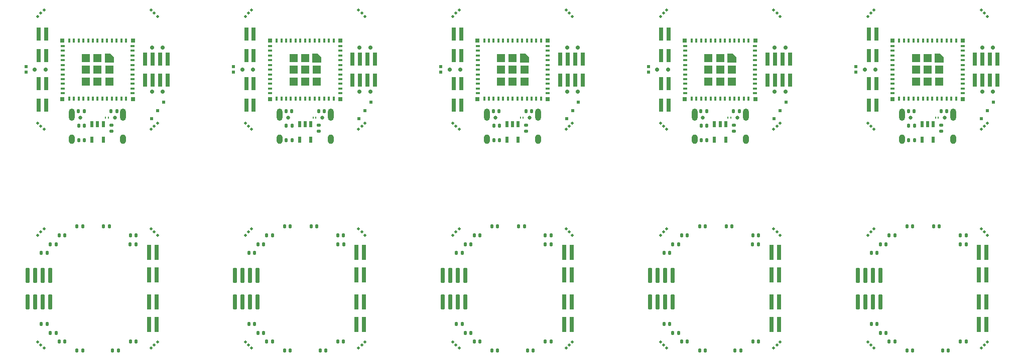
<source format=gbr>
%TF.GenerationSoftware,KiCad,Pcbnew,8.0.2-1*%
%TF.CreationDate,2025-04-11T08:43:50-07:00*%
%TF.ProjectId,Small_Pendant,536d616c-6c5f-4506-956e-64616e742e6b,rev?*%
%TF.SameCoordinates,Original*%
%TF.FileFunction,Soldermask,Bot*%
%TF.FilePolarity,Negative*%
%FSLAX46Y46*%
G04 Gerber Fmt 4.6, Leading zero omitted, Abs format (unit mm)*
G04 Created by KiCad (PCBNEW 8.0.2-1) date 2025-04-11 08:43:50*
%MOMM*%
%LPD*%
G01*
G04 APERTURE LIST*
G04 Aperture macros list*
%AMRoundRect*
0 Rectangle with rounded corners*
0 $1 Rounding radius*
0 $2 $3 $4 $5 $6 $7 $8 $9 X,Y pos of 4 corners*
0 Add a 4 corners polygon primitive as box body*
4,1,4,$2,$3,$4,$5,$6,$7,$8,$9,$2,$3,0*
0 Add four circle primitives for the rounded corners*
1,1,$1+$1,$2,$3*
1,1,$1+$1,$4,$5*
1,1,$1+$1,$6,$7*
1,1,$1+$1,$8,$9*
0 Add four rect primitives between the rounded corners*
20,1,$1+$1,$2,$3,$4,$5,0*
20,1,$1+$1,$4,$5,$6,$7,0*
20,1,$1+$1,$6,$7,$8,$9,0*
20,1,$1+$1,$8,$9,$2,$3,0*%
%AMFreePoly0*
4,1,14,0.765355,0.765355,0.780000,0.730000,0.780000,-0.720000,0.765355,-0.755355,0.730000,-0.770000,-0.120000,-0.770000,-0.155355,-0.755355,-0.755355,-0.155355,-0.770000,-0.120000,-0.770000,0.730000,-0.755355,0.765355,-0.720000,0.780000,0.730000,0.780000,0.765355,0.765355,0.765355,0.765355,$1*%
G04 Aperture macros list end*
%ADD10RoundRect,0.190000X0.190000X1.060000X-0.190000X1.060000X-0.190000X-1.060000X0.190000X-1.060000X0*%
%ADD11C,0.500000*%
%ADD12C,0.700000*%
%ADD13C,0.650000*%
%ADD14O,1.000000X2.100000*%
%ADD15O,1.000000X1.600000*%
%ADD16RoundRect,0.140000X0.140000X0.170000X-0.140000X0.170000X-0.140000X-0.170000X0.140000X-0.170000X0*%
%ADD17RoundRect,0.185000X-0.185000X0.915000X-0.185000X-0.915000X0.185000X-0.915000X0.185000X0.915000X0*%
%ADD18RoundRect,0.185000X-0.185000X1.115000X-0.185000X-1.115000X0.185000X-1.115000X0.185000X1.115000X0*%
%ADD19R,0.500000X0.500000*%
%ADD20RoundRect,0.185000X0.185000X-0.915000X0.185000X0.915000X-0.185000X0.915000X-0.185000X-0.915000X0*%
%ADD21RoundRect,0.140000X-0.140000X-0.170000X0.140000X-0.170000X0.140000X0.170000X-0.140000X0.170000X0*%
%ADD22R,0.620000X1.100000*%
%ADD23R,0.800000X0.400000*%
%ADD24R,0.400000X0.800000*%
%ADD25R,1.450000X1.450000*%
%ADD26FreePoly0,180.000000*%
%ADD27R,0.700000X0.700000*%
%ADD28R,0.200000X0.350000*%
%ADD29RoundRect,0.135000X0.185000X-0.135000X0.185000X0.135000X-0.185000X0.135000X-0.185000X-0.135000X0*%
%ADD30RoundRect,0.135000X0.135000X0.185000X-0.135000X0.185000X-0.135000X-0.185000X0.135000X-0.185000X0*%
G04 APERTURE END LIST*
D10*
%TO.C,J35*%
X172000000Y-79250000D03*
X172000000Y-74750000D03*
X170730000Y-79250000D03*
X170730000Y-74750000D03*
X169460000Y-79250000D03*
X169460000Y-74750000D03*
X168190000Y-79250000D03*
X168190000Y-74750000D03*
%TD*%
D11*
%TO.C,mouse-bite-2mm-slot29*%
X170979949Y-50080711D03*
X170431942Y-49568058D03*
X169919289Y-49020051D03*
%TD*%
%TO.C,mouse-bite-2mm-slot30*%
X190080711Y-49020051D03*
X189568058Y-49568058D03*
X189020051Y-50080711D03*
%TD*%
D12*
%TO.C,SW15*%
X191000000Y-43700000D03*
X189200000Y-43700000D03*
%TD*%
D11*
%TO.C,mouse-bite-2mm-slot25*%
X170979949Y-87080711D03*
X170431942Y-86568058D03*
X169919289Y-86020051D03*
%TD*%
%TO.C,mouse-bite-2mm-slot27*%
X169919289Y-67979949D03*
X170431942Y-67431942D03*
X170979949Y-66919289D03*
%TD*%
%TO.C,mouse-bite-2mm-slot32*%
X189020051Y-29919289D03*
X189568058Y-30431942D03*
X190080711Y-30979949D03*
%TD*%
%TO.C,mouse-bite-2mm-slot26*%
X190080711Y-86020051D03*
X189568058Y-86568058D03*
X189020051Y-87080711D03*
%TD*%
D13*
%TO.C,J29*%
X177110000Y-48090000D03*
X182890000Y-48090000D03*
D14*
X175680000Y-47590000D03*
X184320000Y-47590000D03*
D15*
X184320000Y-51770000D03*
X175680000Y-51770000D03*
%TD*%
D11*
%TO.C,mouse-bite-2mm-slot31*%
X169919289Y-30979949D03*
X170431942Y-30431942D03*
X170979949Y-29919289D03*
%TD*%
D12*
%TO.C,SW14*%
X189200000Y-36300000D03*
X191000000Y-36300000D03*
%TD*%
D16*
%TO.C,C136*%
X177480000Y-87500000D03*
X176520000Y-87500000D03*
%TD*%
%TO.C,C121*%
X177780000Y-51900000D03*
X176820000Y-51900000D03*
%TD*%
D17*
%TO.C,J32*%
X188000000Y-38200000D03*
X188000000Y-41800000D03*
X189270000Y-38200000D03*
X189270000Y-41800000D03*
X190530000Y-38200000D03*
X190530000Y-41800000D03*
X191800000Y-38200000D03*
X191800000Y-41800000D03*
%TD*%
D16*
%TO.C,C131*%
X172980000Y-69500000D03*
X172020000Y-69500000D03*
%TD*%
D18*
%TO.C,J33*%
X188670000Y-70900000D03*
X188670000Y-74700000D03*
X189930000Y-70900000D03*
X189930000Y-74700000D03*
%TD*%
D19*
%TO.C,TP22*%
X167900000Y-40400000D03*
%TD*%
%TO.C,TP25*%
X189100000Y-48300000D03*
%TD*%
%TO.C,TP24*%
X191100000Y-45500000D03*
%TD*%
D16*
%TO.C,C137*%
X183480000Y-87500000D03*
X182520000Y-87500000D03*
%TD*%
%TO.C,C127*%
X177730000Y-46990000D03*
X176770000Y-46990000D03*
%TD*%
%TO.C,C134*%
X172980000Y-84500000D03*
X172020000Y-84500000D03*
%TD*%
D20*
%TO.C,J30*%
X171330000Y-34000000D03*
X171330000Y-37600000D03*
X170070000Y-34000000D03*
X170070000Y-37600000D03*
%TD*%
D21*
%TO.C,C139*%
X185520000Y-68000000D03*
X186480000Y-68000000D03*
%TD*%
%TO.C,C128*%
X182270000Y-46990000D03*
X183230000Y-46990000D03*
%TD*%
D19*
%TO.C,TP23*%
X190100000Y-46900000D03*
%TD*%
D22*
%TO.C,U18*%
X179050000Y-49200000D03*
X180000000Y-49200000D03*
X180950000Y-49200000D03*
X180950000Y-51800000D03*
X179050000Y-51800000D03*
%TD*%
D16*
%TO.C,C140*%
X181980000Y-66500000D03*
X181020000Y-66500000D03*
%TD*%
D21*
%TO.C,C133*%
X170520000Y-83000000D03*
X171480000Y-83000000D03*
%TD*%
D16*
%TO.C,C129*%
X177480000Y-66500000D03*
X176520000Y-66500000D03*
%TD*%
D23*
%TO.C,U17*%
X185900000Y-36000000D03*
X185900000Y-36800000D03*
X185900000Y-37600000D03*
X185900000Y-38400000D03*
X185900000Y-39200000D03*
X185900000Y-40000000D03*
X185900000Y-40800000D03*
X185900000Y-41600000D03*
X185900000Y-42400000D03*
X185900000Y-43200000D03*
X185900000Y-44000000D03*
D24*
X184800000Y-44900000D03*
X184000000Y-44900000D03*
X183200000Y-44900000D03*
X182400000Y-44900000D03*
X181600000Y-44900000D03*
X180800000Y-44900000D03*
X180000000Y-44900000D03*
X179200000Y-44900000D03*
X178400000Y-44900000D03*
X177600000Y-44900000D03*
X176800000Y-44900000D03*
X176000000Y-44900000D03*
X175200000Y-44900000D03*
D23*
X174100000Y-44000000D03*
X174100000Y-43200000D03*
X174100000Y-42400000D03*
X174100000Y-41600000D03*
X174100000Y-40800000D03*
X174100000Y-40000000D03*
X174100000Y-39200000D03*
X174100000Y-38400000D03*
X174100000Y-37600000D03*
X174100000Y-36800000D03*
X174100000Y-36000000D03*
D24*
X175200000Y-35100000D03*
X176000000Y-35100000D03*
X176800000Y-35100000D03*
X177600000Y-35100000D03*
X178400000Y-35100000D03*
X179200000Y-35100000D03*
X180000000Y-35100000D03*
X180800000Y-35100000D03*
X181600000Y-35100000D03*
X182400000Y-35100000D03*
X183200000Y-35100000D03*
X184000000Y-35100000D03*
X184800000Y-35100000D03*
D25*
X178030000Y-38030000D03*
X178030000Y-40000000D03*
X178030000Y-41980000D03*
X180000000Y-38030000D03*
X180000000Y-40000000D03*
X180000000Y-41980000D03*
D26*
X181980000Y-38020000D03*
D25*
X181980000Y-40000000D03*
X181980000Y-41980000D03*
D27*
X174050000Y-35050000D03*
X174050000Y-44950000D03*
X185950000Y-44950000D03*
X185950000Y-35050000D03*
%TD*%
D16*
%TO.C,C120*%
X177780000Y-49500000D03*
X176820000Y-49500000D03*
%TD*%
D18*
%TO.C,J34*%
X188670000Y-79300000D03*
X188670000Y-83100000D03*
X189930000Y-79300000D03*
X189930000Y-83100000D03*
%TD*%
D19*
%TO.C,TP21*%
X167900000Y-39500000D03*
%TD*%
D21*
%TO.C,C138*%
X185520000Y-86000000D03*
X186480000Y-86000000D03*
%TD*%
%TO.C,C135*%
X173520000Y-86000000D03*
X174480000Y-86000000D03*
%TD*%
D28*
%TO.C,D722*%
X181800000Y-48100000D03*
X181340000Y-48100000D03*
%TD*%
D21*
%TO.C,C130*%
X173520000Y-68000000D03*
X174480000Y-68000000D03*
%TD*%
D20*
%TO.C,J31*%
X171330000Y-46000000D03*
X171330000Y-42400000D03*
X170070000Y-46000000D03*
X170070000Y-42400000D03*
%TD*%
D29*
%TO.C,R55*%
X182300000Y-50410000D03*
X182300000Y-49390000D03*
%TD*%
D30*
%TO.C,R60*%
X186510000Y-69500000D03*
X185490000Y-69500000D03*
%TD*%
D21*
%TO.C,C132*%
X170520000Y-71000000D03*
X171480000Y-71000000D03*
%TD*%
D12*
%TO.C,SW13*%
X171200000Y-40000000D03*
X169400000Y-40000000D03*
%TD*%
D11*
%TO.C,mouse-bite-2mm-slot28*%
X189020051Y-66919289D03*
X189568058Y-67431942D03*
X190080711Y-67979949D03*
%TD*%
D10*
%TO.C,J28*%
X137000000Y-79250000D03*
X137000000Y-74750000D03*
X135730000Y-79250000D03*
X135730000Y-74750000D03*
X134460000Y-79250000D03*
X134460000Y-74750000D03*
X133190000Y-79250000D03*
X133190000Y-74750000D03*
%TD*%
D11*
%TO.C,mouse-bite-2mm-slot21*%
X135979949Y-50080711D03*
X135431942Y-49568058D03*
X134919289Y-49020051D03*
%TD*%
%TO.C,mouse-bite-2mm-slot22*%
X155080711Y-49020051D03*
X154568058Y-49568058D03*
X154020051Y-50080711D03*
%TD*%
D12*
%TO.C,SW12*%
X156000000Y-43700000D03*
X154200000Y-43700000D03*
%TD*%
D11*
%TO.C,mouse-bite-2mm-slot17*%
X135979949Y-87080711D03*
X135431942Y-86568058D03*
X134919289Y-86020051D03*
%TD*%
%TO.C,mouse-bite-2mm-slot19*%
X134919289Y-67979949D03*
X135431942Y-67431942D03*
X135979949Y-66919289D03*
%TD*%
%TO.C,mouse-bite-2mm-slot24*%
X154020051Y-29919289D03*
X154568058Y-30431942D03*
X155080711Y-30979949D03*
%TD*%
%TO.C,mouse-bite-2mm-slot18*%
X155080711Y-86020051D03*
X154568058Y-86568058D03*
X154020051Y-87080711D03*
%TD*%
D13*
%TO.C,J22*%
X142110000Y-48090000D03*
X147890000Y-48090000D03*
D14*
X140680000Y-47590000D03*
X149320000Y-47590000D03*
D15*
X149320000Y-51770000D03*
X140680000Y-51770000D03*
%TD*%
D11*
%TO.C,mouse-bite-2mm-slot23*%
X134919289Y-30979949D03*
X135431942Y-30431942D03*
X135979949Y-29919289D03*
%TD*%
D12*
%TO.C,SW11*%
X154200000Y-36300000D03*
X156000000Y-36300000D03*
%TD*%
D16*
%TO.C,C108*%
X142480000Y-87500000D03*
X141520000Y-87500000D03*
%TD*%
%TO.C,C93*%
X142780000Y-51900000D03*
X141820000Y-51900000D03*
%TD*%
D17*
%TO.C,J25*%
X153000000Y-38200000D03*
X153000000Y-41800000D03*
X154270000Y-38200000D03*
X154270000Y-41800000D03*
X155530000Y-38200000D03*
X155530000Y-41800000D03*
X156800000Y-38200000D03*
X156800000Y-41800000D03*
%TD*%
D16*
%TO.C,C103*%
X137980000Y-69500000D03*
X137020000Y-69500000D03*
%TD*%
D18*
%TO.C,J26*%
X153670000Y-70900000D03*
X153670000Y-74700000D03*
X154930000Y-70900000D03*
X154930000Y-74700000D03*
%TD*%
D19*
%TO.C,TP17*%
X132900000Y-40400000D03*
%TD*%
%TO.C,TP20*%
X154100000Y-48300000D03*
%TD*%
%TO.C,TP19*%
X156100000Y-45500000D03*
%TD*%
D16*
%TO.C,C109*%
X148480000Y-87500000D03*
X147520000Y-87500000D03*
%TD*%
%TO.C,C99*%
X142730000Y-46990000D03*
X141770000Y-46990000D03*
%TD*%
%TO.C,C106*%
X137980000Y-84500000D03*
X137020000Y-84500000D03*
%TD*%
D20*
%TO.C,J23*%
X136330000Y-34000000D03*
X136330000Y-37600000D03*
X135070000Y-34000000D03*
X135070000Y-37600000D03*
%TD*%
D21*
%TO.C,C111*%
X150520000Y-68000000D03*
X151480000Y-68000000D03*
%TD*%
%TO.C,C100*%
X147270000Y-46990000D03*
X148230000Y-46990000D03*
%TD*%
D19*
%TO.C,TP18*%
X155100000Y-46900000D03*
%TD*%
D22*
%TO.C,U14*%
X144050000Y-49200000D03*
X145000000Y-49200000D03*
X145950000Y-49200000D03*
X145950000Y-51800000D03*
X144050000Y-51800000D03*
%TD*%
D16*
%TO.C,C112*%
X146980000Y-66500000D03*
X146020000Y-66500000D03*
%TD*%
D21*
%TO.C,C105*%
X135520000Y-83000000D03*
X136480000Y-83000000D03*
%TD*%
D16*
%TO.C,C101*%
X142480000Y-66500000D03*
X141520000Y-66500000D03*
%TD*%
D23*
%TO.C,U13*%
X150900000Y-36000000D03*
X150900000Y-36800000D03*
X150900000Y-37600000D03*
X150900000Y-38400000D03*
X150900000Y-39200000D03*
X150900000Y-40000000D03*
X150900000Y-40800000D03*
X150900000Y-41600000D03*
X150900000Y-42400000D03*
X150900000Y-43200000D03*
X150900000Y-44000000D03*
D24*
X149800000Y-44900000D03*
X149000000Y-44900000D03*
X148200000Y-44900000D03*
X147400000Y-44900000D03*
X146600000Y-44900000D03*
X145800000Y-44900000D03*
X145000000Y-44900000D03*
X144200000Y-44900000D03*
X143400000Y-44900000D03*
X142600000Y-44900000D03*
X141800000Y-44900000D03*
X141000000Y-44900000D03*
X140200000Y-44900000D03*
D23*
X139100000Y-44000000D03*
X139100000Y-43200000D03*
X139100000Y-42400000D03*
X139100000Y-41600000D03*
X139100000Y-40800000D03*
X139100000Y-40000000D03*
X139100000Y-39200000D03*
X139100000Y-38400000D03*
X139100000Y-37600000D03*
X139100000Y-36800000D03*
X139100000Y-36000000D03*
D24*
X140200000Y-35100000D03*
X141000000Y-35100000D03*
X141800000Y-35100000D03*
X142600000Y-35100000D03*
X143400000Y-35100000D03*
X144200000Y-35100000D03*
X145000000Y-35100000D03*
X145800000Y-35100000D03*
X146600000Y-35100000D03*
X147400000Y-35100000D03*
X148200000Y-35100000D03*
X149000000Y-35100000D03*
X149800000Y-35100000D03*
D25*
X143030000Y-38030000D03*
X143030000Y-40000000D03*
X143030000Y-41980000D03*
X145000000Y-38030000D03*
X145000000Y-40000000D03*
X145000000Y-41980000D03*
D26*
X146980000Y-38020000D03*
D25*
X146980000Y-40000000D03*
X146980000Y-41980000D03*
D27*
X139050000Y-35050000D03*
X139050000Y-44950000D03*
X150950000Y-44950000D03*
X150950000Y-35050000D03*
%TD*%
D16*
%TO.C,C92*%
X142780000Y-49500000D03*
X141820000Y-49500000D03*
%TD*%
D18*
%TO.C,J27*%
X153670000Y-79300000D03*
X153670000Y-83100000D03*
X154930000Y-79300000D03*
X154930000Y-83100000D03*
%TD*%
D19*
%TO.C,TP16*%
X132900000Y-39500000D03*
%TD*%
D21*
%TO.C,C110*%
X150520000Y-86000000D03*
X151480000Y-86000000D03*
%TD*%
%TO.C,C107*%
X138520000Y-86000000D03*
X139480000Y-86000000D03*
%TD*%
D28*
%TO.C,D542*%
X146800000Y-48100000D03*
X146340000Y-48100000D03*
%TD*%
D21*
%TO.C,C102*%
X138520000Y-68000000D03*
X139480000Y-68000000D03*
%TD*%
D20*
%TO.C,J24*%
X136330000Y-46000000D03*
X136330000Y-42400000D03*
X135070000Y-46000000D03*
X135070000Y-42400000D03*
%TD*%
D29*
%TO.C,R43*%
X147300000Y-50410000D03*
X147300000Y-49390000D03*
%TD*%
D30*
%TO.C,R48*%
X151510000Y-69500000D03*
X150490000Y-69500000D03*
%TD*%
D21*
%TO.C,C104*%
X135520000Y-71000000D03*
X136480000Y-71000000D03*
%TD*%
D12*
%TO.C,SW10*%
X136200000Y-40000000D03*
X134400000Y-40000000D03*
%TD*%
D11*
%TO.C,mouse-bite-2mm-slot20*%
X154020051Y-66919289D03*
X154568058Y-67431942D03*
X155080711Y-67979949D03*
%TD*%
D10*
%TO.C,J21*%
X102000000Y-79250000D03*
X102000000Y-74750000D03*
X100730000Y-79250000D03*
X100730000Y-74750000D03*
X99460000Y-79250000D03*
X99460000Y-74750000D03*
X98190000Y-79250000D03*
X98190000Y-74750000D03*
%TD*%
D11*
%TO.C,mouse-bite-2mm-slot13*%
X100979949Y-50080711D03*
X100431942Y-49568058D03*
X99919289Y-49020051D03*
%TD*%
%TO.C,mouse-bite-2mm-slot14*%
X120080711Y-49020051D03*
X119568058Y-49568058D03*
X119020051Y-50080711D03*
%TD*%
D12*
%TO.C,SW9*%
X121000000Y-43700000D03*
X119200000Y-43700000D03*
%TD*%
D11*
%TO.C,mouse-bite-2mm-slot9*%
X100979949Y-87080711D03*
X100431942Y-86568058D03*
X99919289Y-86020051D03*
%TD*%
%TO.C,mouse-bite-2mm-slot11*%
X99919289Y-67979949D03*
X100431942Y-67431942D03*
X100979949Y-66919289D03*
%TD*%
%TO.C,mouse-bite-2mm-slot16*%
X119020051Y-29919289D03*
X119568058Y-30431942D03*
X120080711Y-30979949D03*
%TD*%
%TO.C,mouse-bite-2mm-slot10*%
X120080711Y-86020051D03*
X119568058Y-86568058D03*
X119020051Y-87080711D03*
%TD*%
D13*
%TO.C,J15*%
X107110000Y-48090000D03*
X112890000Y-48090000D03*
D14*
X105680000Y-47590000D03*
X114320000Y-47590000D03*
D15*
X114320000Y-51770000D03*
X105680000Y-51770000D03*
%TD*%
D11*
%TO.C,mouse-bite-2mm-slot15*%
X99919289Y-30979949D03*
X100431942Y-30431942D03*
X100979949Y-29919289D03*
%TD*%
D12*
%TO.C,SW8*%
X119200000Y-36300000D03*
X121000000Y-36300000D03*
%TD*%
D16*
%TO.C,C80*%
X107480000Y-87500000D03*
X106520000Y-87500000D03*
%TD*%
%TO.C,C65*%
X107780000Y-51900000D03*
X106820000Y-51900000D03*
%TD*%
D17*
%TO.C,J18*%
X118000000Y-38200000D03*
X118000000Y-41800000D03*
X119270000Y-38200000D03*
X119270000Y-41800000D03*
X120530000Y-38200000D03*
X120530000Y-41800000D03*
X121800000Y-38200000D03*
X121800000Y-41800000D03*
%TD*%
D16*
%TO.C,C75*%
X102980000Y-69500000D03*
X102020000Y-69500000D03*
%TD*%
D18*
%TO.C,J19*%
X118670000Y-70900000D03*
X118670000Y-74700000D03*
X119930000Y-70900000D03*
X119930000Y-74700000D03*
%TD*%
D19*
%TO.C,TP12*%
X97900000Y-40400000D03*
%TD*%
%TO.C,TP15*%
X119100000Y-48300000D03*
%TD*%
%TO.C,TP14*%
X121100000Y-45500000D03*
%TD*%
D16*
%TO.C,C81*%
X113480000Y-87500000D03*
X112520000Y-87500000D03*
%TD*%
%TO.C,C71*%
X107730000Y-46990000D03*
X106770000Y-46990000D03*
%TD*%
%TO.C,C78*%
X102980000Y-84500000D03*
X102020000Y-84500000D03*
%TD*%
D20*
%TO.C,J16*%
X101330000Y-34000000D03*
X101330000Y-37600000D03*
X100070000Y-34000000D03*
X100070000Y-37600000D03*
%TD*%
D21*
%TO.C,C83*%
X115520000Y-68000000D03*
X116480000Y-68000000D03*
%TD*%
%TO.C,C72*%
X112270000Y-46990000D03*
X113230000Y-46990000D03*
%TD*%
D19*
%TO.C,TP13*%
X120100000Y-46900000D03*
%TD*%
D22*
%TO.C,U10*%
X109050000Y-49200000D03*
X110000000Y-49200000D03*
X110950000Y-49200000D03*
X110950000Y-51800000D03*
X109050000Y-51800000D03*
%TD*%
D16*
%TO.C,C84*%
X111980000Y-66500000D03*
X111020000Y-66500000D03*
%TD*%
D21*
%TO.C,C77*%
X100520000Y-83000000D03*
X101480000Y-83000000D03*
%TD*%
D16*
%TO.C,C73*%
X107480000Y-66500000D03*
X106520000Y-66500000D03*
%TD*%
D23*
%TO.C,U9*%
X115900000Y-36000000D03*
X115900000Y-36800000D03*
X115900000Y-37600000D03*
X115900000Y-38400000D03*
X115900000Y-39200000D03*
X115900000Y-40000000D03*
X115900000Y-40800000D03*
X115900000Y-41600000D03*
X115900000Y-42400000D03*
X115900000Y-43200000D03*
X115900000Y-44000000D03*
D24*
X114800000Y-44900000D03*
X114000000Y-44900000D03*
X113200000Y-44900000D03*
X112400000Y-44900000D03*
X111600000Y-44900000D03*
X110800000Y-44900000D03*
X110000000Y-44900000D03*
X109200000Y-44900000D03*
X108400000Y-44900000D03*
X107600000Y-44900000D03*
X106800000Y-44900000D03*
X106000000Y-44900000D03*
X105200000Y-44900000D03*
D23*
X104100000Y-44000000D03*
X104100000Y-43200000D03*
X104100000Y-42400000D03*
X104100000Y-41600000D03*
X104100000Y-40800000D03*
X104100000Y-40000000D03*
X104100000Y-39200000D03*
X104100000Y-38400000D03*
X104100000Y-37600000D03*
X104100000Y-36800000D03*
X104100000Y-36000000D03*
D24*
X105200000Y-35100000D03*
X106000000Y-35100000D03*
X106800000Y-35100000D03*
X107600000Y-35100000D03*
X108400000Y-35100000D03*
X109200000Y-35100000D03*
X110000000Y-35100000D03*
X110800000Y-35100000D03*
X111600000Y-35100000D03*
X112400000Y-35100000D03*
X113200000Y-35100000D03*
X114000000Y-35100000D03*
X114800000Y-35100000D03*
D25*
X108030000Y-38030000D03*
X108030000Y-40000000D03*
X108030000Y-41980000D03*
X110000000Y-38030000D03*
X110000000Y-40000000D03*
X110000000Y-41980000D03*
D26*
X111980000Y-38020000D03*
D25*
X111980000Y-40000000D03*
X111980000Y-41980000D03*
D27*
X104050000Y-35050000D03*
X104050000Y-44950000D03*
X115950000Y-44950000D03*
X115950000Y-35050000D03*
%TD*%
D16*
%TO.C,C64*%
X107780000Y-49500000D03*
X106820000Y-49500000D03*
%TD*%
D18*
%TO.C,J20*%
X118670000Y-79300000D03*
X118670000Y-83100000D03*
X119930000Y-79300000D03*
X119930000Y-83100000D03*
%TD*%
D19*
%TO.C,TP11*%
X97900000Y-39500000D03*
%TD*%
D21*
%TO.C,C82*%
X115520000Y-86000000D03*
X116480000Y-86000000D03*
%TD*%
%TO.C,C79*%
X103520000Y-86000000D03*
X104480000Y-86000000D03*
%TD*%
D28*
%TO.C,D362*%
X111800000Y-48100000D03*
X111340000Y-48100000D03*
%TD*%
D21*
%TO.C,C74*%
X103520000Y-68000000D03*
X104480000Y-68000000D03*
%TD*%
D20*
%TO.C,J17*%
X101330000Y-46000000D03*
X101330000Y-42400000D03*
X100070000Y-46000000D03*
X100070000Y-42400000D03*
%TD*%
D29*
%TO.C,R31*%
X112300000Y-50410000D03*
X112300000Y-49390000D03*
%TD*%
D30*
%TO.C,R36*%
X116510000Y-69500000D03*
X115490000Y-69500000D03*
%TD*%
D21*
%TO.C,C76*%
X100520000Y-71000000D03*
X101480000Y-71000000D03*
%TD*%
D12*
%TO.C,SW7*%
X101200000Y-40000000D03*
X99400000Y-40000000D03*
%TD*%
D11*
%TO.C,mouse-bite-2mm-slot12*%
X119020051Y-66919289D03*
X119568058Y-67431942D03*
X120080711Y-67979949D03*
%TD*%
D10*
%TO.C,J14*%
X67000000Y-79250000D03*
X67000000Y-74750000D03*
X65730000Y-79250000D03*
X65730000Y-74750000D03*
X64460000Y-79250000D03*
X64460000Y-74750000D03*
X63190000Y-79250000D03*
X63190000Y-74750000D03*
%TD*%
D11*
%TO.C,mouse-bite-2mm-slot5*%
X65979949Y-50080711D03*
X65431942Y-49568058D03*
X64919289Y-49020051D03*
%TD*%
%TO.C,mouse-bite-2mm-slot6*%
X85080711Y-49020051D03*
X84568058Y-49568058D03*
X84020051Y-50080711D03*
%TD*%
D12*
%TO.C,SW6*%
X86000000Y-43700000D03*
X84200000Y-43700000D03*
%TD*%
D11*
%TO.C,mouse-bite-2mm-slot1*%
X65979949Y-87080711D03*
X65431942Y-86568058D03*
X64919289Y-86020051D03*
%TD*%
%TO.C,mouse-bite-2mm-slot3*%
X64919289Y-67979949D03*
X65431942Y-67431942D03*
X65979949Y-66919289D03*
%TD*%
%TO.C,mouse-bite-2mm-slot8*%
X84020051Y-29919289D03*
X84568058Y-30431942D03*
X85080711Y-30979949D03*
%TD*%
%TO.C,mouse-bite-2mm-slot2*%
X85080711Y-86020051D03*
X84568058Y-86568058D03*
X84020051Y-87080711D03*
%TD*%
D13*
%TO.C,J8*%
X72110000Y-48090000D03*
X77890000Y-48090000D03*
D14*
X70680000Y-47590000D03*
X79320000Y-47590000D03*
D15*
X79320000Y-51770000D03*
X70680000Y-51770000D03*
%TD*%
D11*
%TO.C,mouse-bite-2mm-slot7*%
X64919289Y-30979949D03*
X65431942Y-30431942D03*
X65979949Y-29919289D03*
%TD*%
D12*
%TO.C,SW5*%
X84200000Y-36300000D03*
X86000000Y-36300000D03*
%TD*%
D16*
%TO.C,C52*%
X72480000Y-87500000D03*
X71520000Y-87500000D03*
%TD*%
%TO.C,C37*%
X72780000Y-51900000D03*
X71820000Y-51900000D03*
%TD*%
D17*
%TO.C,J11*%
X83000000Y-38200000D03*
X83000000Y-41800000D03*
X84270000Y-38200000D03*
X84270000Y-41800000D03*
X85530000Y-38200000D03*
X85530000Y-41800000D03*
X86800000Y-38200000D03*
X86800000Y-41800000D03*
%TD*%
D16*
%TO.C,C47*%
X67980000Y-69500000D03*
X67020000Y-69500000D03*
%TD*%
D18*
%TO.C,J12*%
X83670000Y-70900000D03*
X83670000Y-74700000D03*
X84930000Y-70900000D03*
X84930000Y-74700000D03*
%TD*%
D19*
%TO.C,TP7*%
X62900000Y-40400000D03*
%TD*%
%TO.C,TP10*%
X84100000Y-48300000D03*
%TD*%
%TO.C,TP9*%
X86100000Y-45500000D03*
%TD*%
D16*
%TO.C,C53*%
X78480000Y-87500000D03*
X77520000Y-87500000D03*
%TD*%
%TO.C,C43*%
X72730000Y-46990000D03*
X71770000Y-46990000D03*
%TD*%
%TO.C,C50*%
X67980000Y-84500000D03*
X67020000Y-84500000D03*
%TD*%
D20*
%TO.C,J9*%
X66330000Y-34000000D03*
X66330000Y-37600000D03*
X65070000Y-34000000D03*
X65070000Y-37600000D03*
%TD*%
D21*
%TO.C,C55*%
X80520000Y-68000000D03*
X81480000Y-68000000D03*
%TD*%
%TO.C,C44*%
X77270000Y-46990000D03*
X78230000Y-46990000D03*
%TD*%
D19*
%TO.C,TP8*%
X85100000Y-46900000D03*
%TD*%
D22*
%TO.C,U6*%
X74050000Y-49200000D03*
X75000000Y-49200000D03*
X75950000Y-49200000D03*
X75950000Y-51800000D03*
X74050000Y-51800000D03*
%TD*%
D16*
%TO.C,C56*%
X76980000Y-66500000D03*
X76020000Y-66500000D03*
%TD*%
D21*
%TO.C,C49*%
X65520000Y-83000000D03*
X66480000Y-83000000D03*
%TD*%
D16*
%TO.C,C45*%
X72480000Y-66500000D03*
X71520000Y-66500000D03*
%TD*%
D23*
%TO.C,U5*%
X80900000Y-36000000D03*
X80900000Y-36800000D03*
X80900000Y-37600000D03*
X80900000Y-38400000D03*
X80900000Y-39200000D03*
X80900000Y-40000000D03*
X80900000Y-40800000D03*
X80900000Y-41600000D03*
X80900000Y-42400000D03*
X80900000Y-43200000D03*
X80900000Y-44000000D03*
D24*
X79800000Y-44900000D03*
X79000000Y-44900000D03*
X78200000Y-44900000D03*
X77400000Y-44900000D03*
X76600000Y-44900000D03*
X75800000Y-44900000D03*
X75000000Y-44900000D03*
X74200000Y-44900000D03*
X73400000Y-44900000D03*
X72600000Y-44900000D03*
X71800000Y-44900000D03*
X71000000Y-44900000D03*
X70200000Y-44900000D03*
D23*
X69100000Y-44000000D03*
X69100000Y-43200000D03*
X69100000Y-42400000D03*
X69100000Y-41600000D03*
X69100000Y-40800000D03*
X69100000Y-40000000D03*
X69100000Y-39200000D03*
X69100000Y-38400000D03*
X69100000Y-37600000D03*
X69100000Y-36800000D03*
X69100000Y-36000000D03*
D24*
X70200000Y-35100000D03*
X71000000Y-35100000D03*
X71800000Y-35100000D03*
X72600000Y-35100000D03*
X73400000Y-35100000D03*
X74200000Y-35100000D03*
X75000000Y-35100000D03*
X75800000Y-35100000D03*
X76600000Y-35100000D03*
X77400000Y-35100000D03*
X78200000Y-35100000D03*
X79000000Y-35100000D03*
X79800000Y-35100000D03*
D25*
X73030000Y-38030000D03*
X73030000Y-40000000D03*
X73030000Y-41980000D03*
X75000000Y-38030000D03*
X75000000Y-40000000D03*
X75000000Y-41980000D03*
D26*
X76980000Y-38020000D03*
D25*
X76980000Y-40000000D03*
X76980000Y-41980000D03*
D27*
X69050000Y-35050000D03*
X69050000Y-44950000D03*
X80950000Y-44950000D03*
X80950000Y-35050000D03*
%TD*%
D16*
%TO.C,C36*%
X72780000Y-49500000D03*
X71820000Y-49500000D03*
%TD*%
D18*
%TO.C,J13*%
X83670000Y-79300000D03*
X83670000Y-83100000D03*
X84930000Y-79300000D03*
X84930000Y-83100000D03*
%TD*%
D19*
%TO.C,TP6*%
X62900000Y-39500000D03*
%TD*%
D21*
%TO.C,C54*%
X80520000Y-86000000D03*
X81480000Y-86000000D03*
%TD*%
%TO.C,C51*%
X68520000Y-86000000D03*
X69480000Y-86000000D03*
%TD*%
D28*
%TO.C,D182*%
X76800000Y-48100000D03*
X76340000Y-48100000D03*
%TD*%
D21*
%TO.C,C46*%
X68520000Y-68000000D03*
X69480000Y-68000000D03*
%TD*%
D20*
%TO.C,J10*%
X66330000Y-46000000D03*
X66330000Y-42400000D03*
X65070000Y-46000000D03*
X65070000Y-42400000D03*
%TD*%
D29*
%TO.C,R19*%
X77300000Y-50410000D03*
X77300000Y-49390000D03*
%TD*%
D30*
%TO.C,R24*%
X81510000Y-69500000D03*
X80490000Y-69500000D03*
%TD*%
D21*
%TO.C,C48*%
X65520000Y-71000000D03*
X66480000Y-71000000D03*
%TD*%
D12*
%TO.C,SW4*%
X66200000Y-40000000D03*
X64400000Y-40000000D03*
%TD*%
D11*
%TO.C,mouse-bite-2mm-slot4*%
X84020051Y-66919289D03*
X84568058Y-67431942D03*
X85080711Y-67979949D03*
%TD*%
D10*
%TO.C,J7*%
X32000000Y-79250000D03*
X32000000Y-74750000D03*
X30730000Y-79250000D03*
X30730000Y-74750000D03*
X29460000Y-79250000D03*
X29460000Y-74750000D03*
X28190000Y-79250000D03*
X28190000Y-74750000D03*
%TD*%
D11*
%TO.C,mouse-bite-2mm-slot*%
X30979949Y-50080711D03*
X30431942Y-49568058D03*
X29919289Y-49020051D03*
%TD*%
%TO.C,mouse-bite-2mm-slot*%
X50080711Y-49020051D03*
X49568058Y-49568058D03*
X49020051Y-50080711D03*
%TD*%
D12*
%TO.C,SW3*%
X51000000Y-43700000D03*
X49200000Y-43700000D03*
%TD*%
D11*
%TO.C,mouse-bite-2mm-slot*%
X30979949Y-87080711D03*
X30431942Y-86568058D03*
X29919289Y-86020051D03*
%TD*%
%TO.C,mouse-bite-2mm-slot*%
X29919289Y-67979949D03*
X30431942Y-67431942D03*
X30979949Y-66919289D03*
%TD*%
%TO.C,mouse-bite-2mm-slot*%
X49020051Y-29919289D03*
X49568058Y-30431942D03*
X50080711Y-30979949D03*
%TD*%
%TO.C,mouse-bite-2mm-slot*%
X50080711Y-86020051D03*
X49568058Y-86568058D03*
X49020051Y-87080711D03*
%TD*%
D13*
%TO.C,J1*%
X37110000Y-48090000D03*
X42890000Y-48090000D03*
D14*
X35680000Y-47590000D03*
X44320000Y-47590000D03*
D15*
X44320000Y-51770000D03*
X35680000Y-51770000D03*
%TD*%
D11*
%TO.C,mouse-bite-2mm-slot*%
X29919289Y-30979949D03*
X30431942Y-30431942D03*
X30979949Y-29919289D03*
%TD*%
D12*
%TO.C,SW2*%
X49200000Y-36300000D03*
X51000000Y-36300000D03*
%TD*%
D16*
%TO.C,C8*%
X37780000Y-49500000D03*
X36820000Y-49500000D03*
%TD*%
D18*
%TO.C,J6*%
X48670000Y-79300000D03*
X48670000Y-83100000D03*
X49930000Y-79300000D03*
X49930000Y-83100000D03*
%TD*%
D19*
%TO.C,TP1*%
X27900000Y-39500000D03*
%TD*%
D21*
%TO.C,C26*%
X45520000Y-86000000D03*
X46480000Y-86000000D03*
%TD*%
%TO.C,C23*%
X33520000Y-86000000D03*
X34480000Y-86000000D03*
%TD*%
D28*
%TO.C,D2*%
X41800000Y-48100000D03*
X41340000Y-48100000D03*
%TD*%
D21*
%TO.C,C18*%
X33520000Y-68000000D03*
X34480000Y-68000000D03*
%TD*%
D20*
%TO.C,J3*%
X31330000Y-46000000D03*
X31330000Y-42400000D03*
X30070000Y-46000000D03*
X30070000Y-42400000D03*
%TD*%
D29*
%TO.C,R7*%
X42300000Y-50410000D03*
X42300000Y-49390000D03*
%TD*%
D16*
%TO.C,C24*%
X37480000Y-87500000D03*
X36520000Y-87500000D03*
%TD*%
%TO.C,C9*%
X37780000Y-51900000D03*
X36820000Y-51900000D03*
%TD*%
D17*
%TO.C,J4*%
X48000000Y-38200000D03*
X48000000Y-41800000D03*
X49270000Y-38200000D03*
X49270000Y-41800000D03*
X50530000Y-38200000D03*
X50530000Y-41800000D03*
X51800000Y-38200000D03*
X51800000Y-41800000D03*
%TD*%
D16*
%TO.C,C19*%
X32980000Y-69500000D03*
X32020000Y-69500000D03*
%TD*%
D18*
%TO.C,J5*%
X48670000Y-70900000D03*
X48670000Y-74700000D03*
X49930000Y-70900000D03*
X49930000Y-74700000D03*
%TD*%
D19*
%TO.C,TP2*%
X27900000Y-40400000D03*
%TD*%
%TO.C,TP5*%
X49100000Y-48300000D03*
%TD*%
%TO.C,TP4*%
X51100000Y-45500000D03*
%TD*%
D16*
%TO.C,C25*%
X43480000Y-87500000D03*
X42520000Y-87500000D03*
%TD*%
%TO.C,C15*%
X37730000Y-46990000D03*
X36770000Y-46990000D03*
%TD*%
%TO.C,C22*%
X32980000Y-84500000D03*
X32020000Y-84500000D03*
%TD*%
D20*
%TO.C,J2*%
X31330000Y-34000000D03*
X31330000Y-37600000D03*
X30070000Y-34000000D03*
X30070000Y-37600000D03*
%TD*%
D21*
%TO.C,C27*%
X45520000Y-68000000D03*
X46480000Y-68000000D03*
%TD*%
%TO.C,C16*%
X42270000Y-46990000D03*
X43230000Y-46990000D03*
%TD*%
D19*
%TO.C,TP3*%
X50100000Y-46900000D03*
%TD*%
D22*
%TO.C,U2*%
X39050000Y-49200000D03*
X40000000Y-49200000D03*
X40950000Y-49200000D03*
X40950000Y-51800000D03*
X39050000Y-51800000D03*
%TD*%
D16*
%TO.C,C28*%
X41980000Y-66500000D03*
X41020000Y-66500000D03*
%TD*%
D21*
%TO.C,C21*%
X30520000Y-83000000D03*
X31480000Y-83000000D03*
%TD*%
D16*
%TO.C,C17*%
X37480000Y-66500000D03*
X36520000Y-66500000D03*
%TD*%
D23*
%TO.C,U1*%
X45900000Y-36000000D03*
X45900000Y-36800000D03*
X45900000Y-37600000D03*
X45900000Y-38400000D03*
X45900000Y-39200000D03*
X45900000Y-40000000D03*
X45900000Y-40800000D03*
X45900000Y-41600000D03*
X45900000Y-42400000D03*
X45900000Y-43200000D03*
X45900000Y-44000000D03*
D24*
X44800000Y-44900000D03*
X44000000Y-44900000D03*
X43200000Y-44900000D03*
X42400000Y-44900000D03*
X41600000Y-44900000D03*
X40800000Y-44900000D03*
X40000000Y-44900000D03*
X39200000Y-44900000D03*
X38400000Y-44900000D03*
X37600000Y-44900000D03*
X36800000Y-44900000D03*
X36000000Y-44900000D03*
X35200000Y-44900000D03*
D23*
X34100000Y-44000000D03*
X34100000Y-43200000D03*
X34100000Y-42400000D03*
X34100000Y-41600000D03*
X34100000Y-40800000D03*
X34100000Y-40000000D03*
X34100000Y-39200000D03*
X34100000Y-38400000D03*
X34100000Y-37600000D03*
X34100000Y-36800000D03*
X34100000Y-36000000D03*
D24*
X35200000Y-35100000D03*
X36000000Y-35100000D03*
X36800000Y-35100000D03*
X37600000Y-35100000D03*
X38400000Y-35100000D03*
X39200000Y-35100000D03*
X40000000Y-35100000D03*
X40800000Y-35100000D03*
X41600000Y-35100000D03*
X42400000Y-35100000D03*
X43200000Y-35100000D03*
X44000000Y-35100000D03*
X44800000Y-35100000D03*
D25*
X38030000Y-38030000D03*
X38030000Y-40000000D03*
X38030000Y-41980000D03*
X40000000Y-38030000D03*
X40000000Y-40000000D03*
X40000000Y-41980000D03*
D26*
X41980000Y-38020000D03*
D25*
X41980000Y-40000000D03*
X41980000Y-41980000D03*
D27*
X34050000Y-35050000D03*
X34050000Y-44950000D03*
X45950000Y-44950000D03*
X45950000Y-35050000D03*
%TD*%
D30*
%TO.C,R12*%
X46510000Y-69500000D03*
X45490000Y-69500000D03*
%TD*%
D21*
%TO.C,C20*%
X30520000Y-71000000D03*
X31480000Y-71000000D03*
%TD*%
D12*
%TO.C,SW1*%
X31200000Y-40000000D03*
X29400000Y-40000000D03*
%TD*%
D11*
%TO.C,mouse-bite-2mm-slot*%
X49020051Y-66919289D03*
X49568058Y-67431942D03*
X50080711Y-67979949D03*
%TD*%
M02*

</source>
